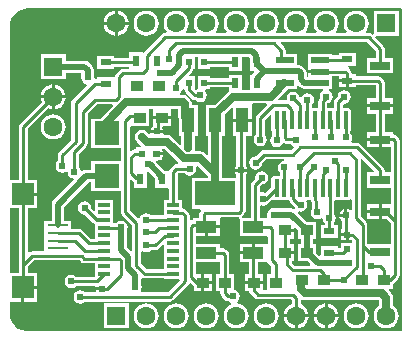
<source format=gtl>
G04*
G04 #@! TF.GenerationSoftware,Altium Limited,Altium Designer,19.0.10 (269)*
G04*
G04 Layer_Physical_Order=1*
G04 Layer_Color=255*
%FSTAX25Y25*%
%MOIN*%
G70*
G01*
G75*
%ADD14C,0.02000*%
G04:AMPARAMS|DCode=21|XSize=59.84mil|YSize=16.14mil|CornerRadius=0.97mil|HoleSize=0mil|Usage=FLASHONLY|Rotation=90.000|XOffset=0mil|YOffset=0mil|HoleType=Round|Shape=RoundedRectangle|*
%AMROUNDEDRECTD21*
21,1,0.05984,0.01421,0,0,90.0*
21,1,0.05791,0.01614,0,0,90.0*
1,1,0.00194,0.00710,0.02895*
1,1,0.00194,0.00710,-0.02895*
1,1,0.00194,-0.00710,-0.02895*
1,1,0.00194,-0.00710,0.02895*
%
%ADD21ROUNDEDRECTD21*%
%ADD22R,0.02362X0.03543*%
%ADD23R,0.01968X0.02362*%
%ADD24R,0.04331X0.08465*%
%ADD25R,0.04331X0.08465*%
%ADD26R,0.13780X0.08465*%
%ADD27R,0.05906X0.02362*%
%ADD28R,0.03543X0.02362*%
%ADD29R,0.06693X0.03150*%
%ADD30R,0.02362X0.01968*%
%ADD31R,0.03937X0.03740*%
%ADD32R,0.07087X0.03937*%
%ADD33R,0.03900X0.01200*%
%ADD34R,0.08268X0.07874*%
%ADD35R,0.07480X0.07480*%
%ADD36R,0.07000X0.01000*%
%ADD56C,0.01000*%
%ADD57C,0.02500*%
%ADD58C,0.06299*%
%ADD59R,0.06299X0.06299*%
%ADD60R,0.06299X0.06299*%
%ADD61C,0.02400*%
G36*
X0296129Y0185984D02*
Y0184682D01*
X0296168Y0184485D01*
Y0181729D01*
X0297397D01*
X0297604Y0181229D01*
X0296907Y0180532D01*
X0296733Y0180272D01*
X0296168D01*
Y0175383D01*
X0293381D01*
Y0180272D01*
X0289019D01*
Y0179223D01*
X0282635D01*
Y0179875D01*
X0278666D01*
Y0175577D01*
X0278642Y0175572D01*
X0278208Y0175283D01*
X0277835Y0175589D01*
Y0179875D01*
X0275861D01*
X0275669Y0180337D01*
X0276751Y0181419D01*
X0277083Y0181915D01*
X0277163Y018232D01*
X0277835D01*
Y0186232D01*
X0278666D01*
Y018232D01*
X0282635D01*
Y0182971D01*
X0289019D01*
Y0181728D01*
X0293381D01*
Y0186232D01*
X029588D01*
X0296129Y0185984D01*
D02*
G37*
G36*
X0222397Y0202456D02*
X0222397Y0202456D01*
X022288Y0202471D01*
X03465D01*
X0346513Y0202473D01*
X0346768Y0202368D01*
X0346873Y0202113D01*
X0346871Y02021D01*
Y00954D01*
X0346873Y0095387D01*
X0346768Y0095132D01*
X0346513Y0095027D01*
X03465Y0095029D01*
X0222988D01*
X022282Y0095029D01*
X0222341Y009504D01*
X022175Y0094962D01*
X0220252Y0095159D01*
X0218856Y0095737D01*
X0217657Y0096657D01*
X0216737Y0097856D01*
X0216159Y0099252D01*
X021604Y0100159D01*
X021604Y0100159D01*
X021604D01*
X0216029Y0100168D01*
Y0104709D01*
X0219816D01*
Y0109449D01*
X0220316D01*
Y0109949D01*
X0225056D01*
Y0114189D01*
X0222029D01*
Y0116332D01*
X0224168Y0118471D01*
X0239297D01*
X0239747Y0118021D01*
X0240243Y0117689D01*
X0240828Y0117573D01*
X0244563D01*
Y0113197D01*
X0244395Y0113029D01*
X0238124D01*
X0238086Y0113086D01*
X0237358Y0113572D01*
X02365Y0113743D01*
X0235642Y0113572D01*
X0234914Y0113086D01*
X0234428Y0112358D01*
X0234257Y01115D01*
X0234428Y0110642D01*
X0234914Y0109914D01*
X0235642Y0109428D01*
X02365Y0109257D01*
X0237358Y0109428D01*
X0238086Y0109914D01*
X0238124Y0109971D01*
X0244215D01*
X0244595Y01095D01*
X0246768D01*
Y01085D01*
X0244624D01*
X0244658Y0108329D01*
X0244349Y0107829D01*
X0241124D01*
X0241086Y0107886D01*
X0240358Y0108372D01*
X02395Y0108543D01*
X0238642Y0108372D01*
X0237914Y0107886D01*
X0237428Y0107158D01*
X0237257Y01063D01*
X0237428Y0105442D01*
X0237914Y0104714D01*
X0238642Y0104228D01*
X02395Y0104057D01*
X0240358Y0104228D01*
X0241086Y0104714D01*
X0241124Y0104771D01*
X02693D01*
X0269885Y0104887D01*
X0270381Y0105219D01*
X0275538Y0110375D01*
X0275746Y0110687D01*
X0276329Y0110812D01*
X0277222Y0109919D01*
X0277331Y0109845D01*
Y010813D01*
X02798D01*
Y0111D01*
Y011387D01*
X0277986D01*
Y0118032D01*
X0286043D01*
X0286171Y0117584D01*
Y011387D01*
X0284732D01*
Y010813D01*
X0286171D01*
Y01075D01*
X0286287Y0106915D01*
X0286619Y0106419D01*
X0287619Y0105419D01*
X0288115Y0105087D01*
X02887Y0104971D01*
X0288876D01*
X0288914Y0104914D01*
X0289642Y0104428D01*
X028991Y0104374D01*
X0289962Y0103854D01*
X0289407Y0103625D01*
X0288541Y010296D01*
X0287875Y0102093D01*
X0287457Y0101083D01*
X0287315Y01D01*
X0287457Y0098917D01*
X0287875Y0097907D01*
X0288541Y009704D01*
X0289407Y0096375D01*
X0290417Y0095957D01*
X02915Y0095815D01*
X0292583Y0095957D01*
X0293593Y0096375D01*
X029446Y009704D01*
X0295125Y0097907D01*
X0295543Y0098917D01*
X0295685Y01D01*
X0295543Y0101083D01*
X0295125Y0102093D01*
X029446Y010296D01*
X0293593Y0103625D01*
X0292583Y0104043D01*
X0291831Y0104142D01*
X0291709Y0104662D01*
X0292086Y0104914D01*
X0292572Y0105642D01*
X0292743Y01065D01*
X0292572Y0107358D01*
X0292086Y0108086D01*
X0291358Y0108572D01*
X0290669Y010871D01*
Y011387D01*
X0289229D01*
Y0120414D01*
X0289113Y0121D01*
X0288781Y0121496D01*
X0288196Y0122081D01*
X02877Y0122413D01*
X0287114Y0122529D01*
X0286043D01*
Y0123969D01*
X0277986D01*
Y0126693D01*
X0281D01*
Y0129661D01*
X02815D01*
Y0130161D01*
X0286043D01*
Y013263D01*
X0286461Y0132827D01*
X0292286D01*
X029247Y0132741D01*
X0292705Y0132375D01*
Y0126693D01*
X0301791D01*
X0301971Y0126267D01*
Y0124394D01*
X0301791Y0123969D01*
X0297748D01*
Y0121D01*
X0297248D01*
Y01205D01*
X0292705D01*
Y0118032D01*
X0295719D01*
Y011387D01*
X0294332D01*
Y01115D01*
X02973D01*
X0300269D01*
Y011387D01*
X0298777D01*
Y0118032D01*
X0301791Y0118032D01*
X0302183Y0117771D01*
X0302419Y0117419D01*
X0303171Y0116666D01*
Y011387D01*
X0301731D01*
Y0108529D01*
X0300269D01*
Y01105D01*
X02973D01*
X0294332D01*
Y010813D01*
X0295835D01*
X0295887Y0107868D01*
X0296219Y0107372D01*
X0297672Y0105919D01*
X0298168Y0105587D01*
X0298753Y0105471D01*
X0309866D01*
X0309971Y0105367D01*
Y0103858D01*
X0309407Y0103625D01*
X0308541Y010296D01*
X0307875Y0102093D01*
X0307457Y0101083D01*
X030738Y01005D01*
X031562D01*
X0315543Y0101083D01*
X0315125Y0102093D01*
X0314459Y010296D01*
X0313593Y0103625D01*
X0313029Y0103858D01*
Y0105222D01*
X031347Y0105458D01*
X0313587Y010538D01*
X0314464Y0105206D01*
X0339085D01*
X0339206Y0105085D01*
Y010347D01*
X0338541Y010296D01*
X0337875Y0102093D01*
X0337457Y0101083D01*
X0337315Y01D01*
X0337457Y0098917D01*
X0337875Y0097907D01*
X0338541Y009704D01*
X0339407Y0096375D01*
X0340417Y0095957D01*
X03415Y0095815D01*
X0342583Y0095957D01*
X0343593Y0096375D01*
X034446Y009704D01*
X0345125Y0097907D01*
X0345543Y0098917D01*
X0345685Y01D01*
X0345543Y0101083D01*
X0345125Y0102093D01*
X034446Y010296D01*
X0343794Y010347D01*
Y0106035D01*
X0343619Y0106913D01*
X0343122Y0107658D01*
X0342308Y0108472D01*
X03425Y0108933D01*
X0343669D01*
Y011058D01*
X0343881Y0110722D01*
X0345581Y0112422D01*
X0345913Y0112918D01*
X0346029Y0113504D01*
Y01315D01*
Y0158414D01*
X0345913Y0159D01*
X0345581Y0159496D01*
X0344996Y0160081D01*
X0344499Y0160413D01*
X0343914Y0160529D01*
X0343847D01*
Y0161268D01*
X0341029D01*
Y0167432D01*
X0343847D01*
Y0169507D01*
X0335154D01*
Y0167432D01*
X0337971D01*
Y0161268D01*
X0335154D01*
Y0159193D01*
X03395D01*
Y0158693D01*
X034D01*
Y0156118D01*
X0342971D01*
Y0147882D01*
X0341029D01*
Y01485D01*
X0340913Y0149085D01*
X0340581Y0149581D01*
X0332881Y0157281D01*
X0332385Y0157613D01*
X03318Y0157729D01*
X0330064D01*
X0329797Y0158229D01*
X0330072Y0158642D01*
X0330243Y01595D01*
X0330072Y0160358D01*
X0329586Y0161086D01*
X0329537Y0161119D01*
Y0161742D01*
X0329759Y0162074D01*
X0329844Y0162502D01*
Y0168293D01*
X0329759Y0168721D01*
X0329517Y0169084D01*
X0329154Y0169326D01*
X0328726Y0169411D01*
X0327306D01*
X0326986Y0169673D01*
Y0170365D01*
X032746Y0170765D01*
X03275Y0170757D01*
X0328358Y0170928D01*
X0329086Y0171414D01*
X0329572Y0172142D01*
X0329743Y0173D01*
X0329572Y0173858D01*
X0329086Y0174586D01*
X0328358Y0175072D01*
X03275Y0175243D01*
X0326642Y0175072D01*
X0325914Y0174586D01*
X0325428Y0173858D01*
X0325331Y0173373D01*
X0324375Y0172417D01*
X0324044Y0171921D01*
X0323927Y0171335D01*
Y0169673D01*
X0323608Y0169411D01*
X0322187D01*
X0321868Y0169673D01*
Y0170826D01*
X0321873Y0170831D01*
X0322358Y0170928D01*
X0323086Y0171414D01*
X0323572Y0172142D01*
X0323743Y0173D01*
X0323572Y0173858D01*
X0323086Y0174586D01*
X0322449Y0175012D01*
X0322509Y0175453D01*
X0322532Y0175512D01*
X0323453D01*
Y0179904D01*
X0325729D01*
Y0178851D01*
X0328501D01*
Y0178351D01*
X0329D01*
Y017617D01*
X0331272D01*
Y0176822D01*
X0337971D01*
Y0172582D01*
X0335154D01*
Y0170507D01*
X0343847D01*
Y0172582D01*
X0341029D01*
Y0177745D01*
X0340913Y017833D01*
X0340581Y0178826D01*
X0339975Y0179433D01*
X0339479Y0179764D01*
X0338893Y0179881D01*
X0331272D01*
Y0180532D01*
X033003D01*
Y0180847D01*
X0329913Y0181432D01*
X0329582Y0181929D01*
X0328996Y0182515D01*
X0328928Y018256D01*
X0328798Y0183239D01*
X0328852Y0183319D01*
X0331272D01*
Y0187681D01*
X0325728D01*
Y0186866D01*
X0323453D01*
Y0187354D01*
X0315547D01*
Y0182992D01*
Y0181933D01*
X03195D01*
Y0180933D01*
X0315547D01*
Y0179732D01*
X0315039D01*
Y0180821D01*
X0314884Y0181601D01*
X0314442Y0182263D01*
X0313762Y0182942D01*
X0313101Y0183384D01*
X031232Y0183539D01*
X0311642D01*
Y0187354D01*
X0308029D01*
Y0188414D01*
X0307913Y0188999D01*
X0307581Y0189496D01*
X0306297Y019078D01*
X0306488Y0191242D01*
X0335009D01*
X0337971Y0188281D01*
Y0185968D01*
X0335154D01*
Y0180818D01*
X0343847D01*
Y0185968D01*
X0341029D01*
Y0188914D01*
X0340913Y0189499D01*
X0340581Y0189996D01*
X0337727Y019285D01*
X0337934Y019335D01*
X034565D01*
Y020165D01*
X033735D01*
Y0193934D01*
X033685Y0193727D01*
X0336724Y0193853D01*
X0336228Y0194185D01*
X0335643Y0194301D01*
X0334906D01*
X033466Y0194801D01*
X0335125Y0195407D01*
X0335543Y0196417D01*
X0335685Y01975D01*
X0335543Y0198583D01*
X0335125Y0199593D01*
X0334459Y020046D01*
X0333593Y0201125D01*
X0332583Y0201543D01*
X03315Y0201685D01*
X0330417Y0201543D01*
X0329407Y0201125D01*
X032854Y020046D01*
X0327875Y0199593D01*
X0327457Y0198583D01*
X0327315Y01975D01*
X0327457Y0196417D01*
X0327875Y0195407D01*
X0328341Y0194801D01*
X0328094Y0194301D01*
X0324906D01*
X0324659Y0194801D01*
X0325125Y0195407D01*
X0325543Y0196417D01*
X0325685Y01975D01*
X0325543Y0198583D01*
X0325125Y0199593D01*
X032446Y020046D01*
X0323593Y0201125D01*
X0322583Y0201543D01*
X03215Y0201685D01*
X0320417Y0201543D01*
X0319407Y0201125D01*
X0318541Y020046D01*
X0317875Y0199593D01*
X0317457Y0198583D01*
X0317315Y01975D01*
X0317457Y0196417D01*
X0317875Y0195407D01*
X031834Y0194801D01*
X0318094Y0194301D01*
X0314906D01*
X031466Y0194801D01*
X0315125Y0195407D01*
X0315543Y0196417D01*
X0315685Y01975D01*
X0315543Y0198583D01*
X0315125Y0199593D01*
X0314459Y020046D01*
X0313593Y0201125D01*
X0312583Y0201543D01*
X03115Y0201685D01*
X0310417Y0201543D01*
X0309407Y0201125D01*
X0308541Y020046D01*
X0307875Y0199593D01*
X0307457Y0198583D01*
X0307315Y01975D01*
X0307457Y0196417D01*
X0307875Y0195407D01*
X0308341Y0194801D01*
X0308094Y0194301D01*
X0304906D01*
X030466Y0194801D01*
X0305125Y0195407D01*
X0305543Y0196417D01*
X0305685Y01975D01*
X0305543Y0198583D01*
X0305125Y0199593D01*
X030446Y020046D01*
X0303593Y0201125D01*
X0302583Y0201543D01*
X03015Y0201685D01*
X0300417Y0201543D01*
X0299407Y0201125D01*
X029854Y020046D01*
X0297875Y0199593D01*
X0297457Y0198583D01*
X0297315Y01975D01*
X0297457Y0196417D01*
X0297875Y0195407D01*
X0298341Y0194801D01*
X0298094Y0194301D01*
X0294906D01*
X0294659Y0194801D01*
X0295125Y0195407D01*
X0295543Y0196417D01*
X0295685Y01975D01*
X0295543Y0198583D01*
X0295125Y0199593D01*
X029446Y020046D01*
X0293593Y0201125D01*
X0292583Y0201543D01*
X02915Y0201685D01*
X0290417Y0201543D01*
X0289407Y0201125D01*
X0288541Y020046D01*
X0287875Y0199593D01*
X0287457Y0198583D01*
X0287315Y01975D01*
X0287457Y0196417D01*
X0287875Y0195407D01*
X028834Y0194801D01*
X0288094Y0194301D01*
X0284906D01*
X028466Y0194801D01*
X0285125Y0195407D01*
X0285543Y0196417D01*
X0285685Y01975D01*
X0285543Y0198583D01*
X0285125Y0199593D01*
X0284459Y020046D01*
X0283593Y0201125D01*
X0282583Y0201543D01*
X02815Y0201685D01*
X0280417Y0201543D01*
X0279407Y0201125D01*
X027854Y020046D01*
X0277875Y0199593D01*
X0277457Y0198583D01*
X0277315Y01975D01*
X0277457Y0196417D01*
X0277875Y0195407D01*
X0278341Y0194801D01*
X0278094Y0194301D01*
X0274906D01*
X0274659Y0194801D01*
X0275125Y0195407D01*
X0275543Y0196417D01*
X0275685Y01975D01*
X0275543Y0198583D01*
X0275125Y0199593D01*
X027446Y020046D01*
X0273593Y0201125D01*
X0272583Y0201543D01*
X02715Y0201685D01*
X0270417Y0201543D01*
X0269407Y0201125D01*
X0268541Y020046D01*
X0267875Y0199593D01*
X0267457Y0198583D01*
X0267315Y01975D01*
X0267457Y0196417D01*
X0267875Y0195407D01*
X026834Y0194801D01*
X0268094Y0194301D01*
X0267846D01*
X0267261Y0194185D01*
X0266764Y0193853D01*
X0260681Y0187769D01*
X0260181Y0187772D01*
X0260181Y0187772D01*
X0260181Y0187772D01*
X0255819D01*
Y018603D01*
X0250772D01*
Y0186682D01*
X0248308D01*
X0248Y0186743D01*
X0247692Y0186682D01*
X0245228D01*
Y018232D01*
X0247684D01*
X0248Y0182257D01*
X0248316Y018232D01*
X0250772D01*
Y0182971D01*
X0255819D01*
Y018235D01*
X025382D01*
X0253235Y0182234D01*
X0252739Y0181902D01*
X0251419Y0180581D01*
X0251087Y0180085D01*
X0251053Y0179916D01*
X0250772Y0179533D01*
X0245229D01*
Y0178881D01*
X024463D01*
X0244208Y0179321D01*
X0244243Y01795D01*
X0244072Y0180358D01*
X0243963Y0180523D01*
Y0181905D01*
X0243807Y0182685D01*
X0243365Y0183347D01*
X0243365Y0183347D01*
X024227Y0184442D01*
X0241609Y0184884D01*
X0240828Y0185039D01*
X023465D01*
Y018715D01*
X022635D01*
Y017885D01*
X023465D01*
Y0180961D01*
X0239884D01*
Y018014D01*
X0239757Y01795D01*
X0239928Y0178642D01*
X0240414Y0177914D01*
X0241142Y0177428D01*
X0241489Y0177359D01*
X0241653Y0176816D01*
X0236919Y0172081D01*
X0236587Y0171585D01*
X0236471Y0171D01*
Y0158633D01*
X0232419Y0154581D01*
X0232087Y0154085D01*
X0231971Y01535D01*
Y0151624D01*
X0231914Y0151586D01*
X0231428Y0150858D01*
X0231257Y015D01*
X0231428Y0149142D01*
X0231914Y0148414D01*
X0232642Y0147928D01*
X02335Y0147757D01*
X0234358Y0147928D01*
X023479Y0148216D01*
X0235036Y0148102D01*
X023527Y0147935D01*
X0235428Y0147142D01*
X0235914Y0146414D01*
X0236642Y0145928D01*
X0237138Y0145829D01*
X0237302Y0145286D01*
X0230558Y0138542D01*
X0230116Y013788D01*
X0229961Y01371D01*
Y0131618D01*
X02275D01*
Y0128618D01*
Y0126059D01*
Y0121529D01*
X0223535D01*
X0222949Y0121413D01*
X0222529Y0121132D01*
X0222029Y0121279D01*
Y0135811D01*
X0225056D01*
Y0140051D01*
X0220316D01*
Y0141051D01*
X0225056D01*
Y0145291D01*
X0222029D01*
Y0162366D01*
X0228853Y0169191D01*
X0229417Y0168957D01*
X023Y016888D01*
Y01725D01*
X022638D01*
X0226457Y0171917D01*
X0226691Y0171353D01*
X0219419Y0164081D01*
X0219087Y0163585D01*
X0218971Y0163D01*
Y0145291D01*
X0216029D01*
Y0196884D01*
X0216044Y0196897D01*
X0216044D01*
X0216044Y0196897D01*
X021612Y019767D01*
X0216461Y0198794D01*
X0217015Y0199831D01*
X021776Y020074D01*
X0218669Y0201485D01*
X0219706Y0202039D01*
X022083Y020238D01*
X02219Y0202486D01*
X0222397Y0202456D01*
D02*
G37*
G36*
X0289019Y0174927D02*
X0288695Y0174711D01*
X0284421Y0170437D01*
X0281335D01*
Y0159972D01*
X0282206D01*
Y0153684D01*
X0281744Y0153492D01*
X0281114Y0154122D01*
X028037Y015462D01*
X0279492Y0154794D01*
X0277901D01*
X0277599Y0155294D01*
X0277739Y0156D01*
Y0159972D01*
X027861D01*
Y0170437D01*
X0276824D01*
Y017047D01*
X0276649Y0171348D01*
X0276152Y0172093D01*
X0275287Y0172958D01*
X0274542Y0173455D01*
X0273664Y017363D01*
X0272812D01*
X0272661Y017413D01*
X0273086Y0174414D01*
X0273569Y0175136D01*
X0273821Y0175455D01*
X0274321Y0175423D01*
Y0175409D01*
X0274437Y0174824D01*
X0274769Y0174328D01*
X0276678Y0172419D01*
X0277174Y0172087D01*
X027776Y0171971D01*
X0277876D01*
X0277914Y0171914D01*
X0278642Y0171428D01*
X02795Y0171257D01*
X0280358Y0171428D01*
X0281086Y0171914D01*
X0281572Y0172642D01*
X0281743Y01735D01*
X0281572Y0174358D01*
X0281135Y0175013D01*
X0281279Y0175513D01*
X0282635D01*
Y0176164D01*
X0289019D01*
Y0174927D01*
D02*
G37*
G36*
X031273Y0176251D02*
X031273Y0176251D01*
X0313391Y0175809D01*
X0314172Y0175654D01*
X0315547D01*
Y0175512D01*
X0320468D01*
X0320491Y0175453D01*
X0320551Y0175012D01*
X0319914Y0174586D01*
X0319428Y0173858D01*
X0319257Y0173D01*
X0319333Y0172617D01*
X0319257Y0172541D01*
X0318926Y0172045D01*
X0318809Y017146D01*
Y0169673D01*
X031849Y0169411D01*
X0317069D01*
X031675Y0169673D01*
Y0170376D01*
X0316807Y0170414D01*
X0317293Y0171142D01*
X0317464Y0172D01*
X0317293Y0172858D01*
X0316807Y0173586D01*
X0316079Y0174072D01*
X031522Y0174243D01*
X0314362Y0174072D01*
X0313634Y0173586D01*
X0313174Y0172897D01*
X0313017Y0172881D01*
X0312655Y0172943D01*
X0312572Y0173358D01*
X0312086Y0174086D01*
X0311358Y0174572D01*
X03105Y0174743D01*
X0309642Y0174572D01*
X0308914Y0174086D01*
X0308428Y0173358D01*
X0308257Y01725D01*
X0308306Y0172255D01*
X0307989Y0171868D01*
X0305762D01*
X030557Y017233D01*
X0308752Y0175512D01*
X0311642D01*
Y0176686D01*
X0312104Y0176877D01*
X031273Y0176251D01*
D02*
G37*
G36*
X0272235Y016612D02*
X027228Y0165898D01*
Y0159972D01*
X0273151D01*
Y0157247D01*
X0272689Y0157055D01*
X0270072Y0159672D01*
X0269328Y0160169D01*
X026845Y0160344D01*
X0267429D01*
X0267113Y0160844D01*
X0267144Y0161D01*
X0262856D01*
X0262887Y0160844D01*
X0262853Y0160779D01*
X0262346Y0160619D01*
X0261622Y0161343D01*
X0260878Y016184D01*
X026Y0162015D01*
X0259122Y016184D01*
X0258378Y0161343D01*
X025788Y0160598D01*
X0257706Y0159721D01*
X025788Y0158843D01*
X0258378Y0158098D01*
X0259795Y0156681D01*
X0259588Y0156181D01*
X0258116D01*
Y0155529D01*
X0257616D01*
X0257031Y0155413D01*
X0256534Y0155081D01*
X0256491Y0155038D01*
X0256029Y015523D01*
Y0162859D01*
X0256417Y016313D01*
X0262354D01*
Y016887D01*
X0262783Y0169042D01*
X0263388D01*
X0263817Y016887D01*
Y01665D01*
X0266786D01*
X0269754D01*
Y016887D01*
X0270183Y0169042D01*
X0272235D01*
Y016612D01*
D02*
G37*
G36*
X0301666Y0170333D02*
X0298419Y0167085D01*
X0298087Y0166589D01*
X0297971Y0166004D01*
Y0160317D01*
X0297914Y0160279D01*
X0297428Y0159551D01*
X0297257Y0158693D01*
X0297428Y0157834D01*
X0297914Y0157107D01*
X0298642Y0156621D01*
X02995Y015645D01*
X0300358Y0156621D01*
X0301086Y0157107D01*
X0301572Y0157834D01*
X0301743Y0158693D01*
X0301572Y0159551D01*
X0301086Y0160279D01*
X0301029Y0160317D01*
Y016537D01*
X0302694Y0167035D01*
X0303156Y0166843D01*
Y0162502D01*
X0303241Y0162074D01*
X0303463Y0161742D01*
Y0160119D01*
X0303414Y0160086D01*
X0302928Y0159358D01*
X0302757Y01585D01*
X0302928Y0157642D01*
X0303414Y0156914D01*
X0304142Y0156428D01*
X0305Y0156257D01*
X0305858Y0156428D01*
X0306586Y0156914D01*
X0307072Y0157642D01*
X0307397Y0157559D01*
X0307415Y0157548D01*
X0308Y0157431D01*
X0309697D01*
X0309914Y0157107D01*
X0310482Y0156727D01*
X0310617Y0156154D01*
X0309726Y0155263D01*
X0300734D01*
X0300149Y0155147D01*
X0299653Y0154815D01*
X0298067Y015323D01*
X0298Y0153243D01*
X0297142Y0153072D01*
X0296414Y0152586D01*
X0295928Y0151858D01*
X0295757Y0151D01*
X0295928Y0150142D01*
X0296414Y0149414D01*
X0297142Y0148928D01*
X0298Y0148757D01*
X0298858Y0148928D01*
X0299586Y0149414D01*
X0300072Y0150142D01*
X0300243Y0151D01*
X030023Y0151067D01*
X0301367Y0152205D01*
X03073D01*
X0307349Y0151705D01*
X0306685Y0151572D01*
X0305957Y0151086D01*
X0305471Y0150358D01*
X03053Y01495D01*
X0305471Y0148642D01*
X0305957Y0147914D01*
X0306014Y0147876D01*
Y0146878D01*
X0305695Y0146616D01*
X0304274D01*
X0303846Y0146531D01*
X0303483Y0146288D01*
X0303241Y0145926D01*
X0303156Y0145498D01*
Y0142937D01*
X0301303Y0141084D01*
X03005Y0141243D01*
X0299829Y014111D01*
X0299329Y0141419D01*
Y0142942D01*
X0300181Y0143793D01*
X0300858Y0143928D01*
X0301586Y0144414D01*
X0302072Y0145142D01*
X0302243Y0146D01*
X0302072Y0146858D01*
X0301586Y0147586D01*
X0300858Y0148072D01*
X03Y0148243D01*
X0299142Y0148072D01*
X0298414Y0147586D01*
X0297928Y0146858D01*
X0297757Y0146D01*
X0297808Y0145746D01*
X0296719Y0144657D01*
X0296387Y014416D01*
X0296271Y0143575D01*
Y013263D01*
X029343D01*
X0293278Y013313D01*
X0293496Y0133275D01*
X0294181Y0133961D01*
X0294513Y0134457D01*
X0294629Y0135043D01*
Y0146868D01*
X0294686Y0146906D01*
X0295172Y0147634D01*
X0295244Y0147992D01*
X0290956D01*
X0291028Y0147634D01*
X0291514Y0146906D01*
X0291571Y0146868D01*
Y0146028D01*
X0286794D01*
Y0147492D01*
Y0159972D01*
X0287665D01*
Y0167193D01*
X0289928Y0169455D01*
X029039Y0169264D01*
Y0165705D01*
X0293555D01*
X0296721D01*
Y0170437D01*
X0297064Y0170794D01*
X0301474D01*
X0301666Y0170333D01*
D02*
G37*
G36*
X0270313Y0152943D02*
X0270323Y0152928D01*
X0272221Y0151029D01*
X0272014Y0150529D01*
X02715D01*
X0270915Y0150413D01*
X0270419Y0150081D01*
X0269406Y0149069D01*
X0269126Y014865D01*
X026883Y0148272D01*
X0267698D01*
X0264595Y0151375D01*
X0264882Y0151795D01*
X0265074Y0151757D01*
X0265386Y0151819D01*
X0266884D01*
Y0152749D01*
X0267147Y0153142D01*
X0267218Y01535D01*
X0265074D01*
Y01545D01*
X0267218D01*
X0267147Y0154858D01*
X0266884Y0155251D01*
Y0155756D01*
X02675D01*
X0270313Y0152943D01*
D02*
G37*
G36*
X0250264Y0170009D02*
X0246013Y0165758D01*
X0243166D01*
Y0155884D01*
X0252971D01*
Y0151537D01*
X0243166D01*
Y0148639D01*
X02415D01*
X024072Y0148484D01*
X0240223Y0148152D01*
X0239763Y0148286D01*
X0239671Y0148362D01*
X0239572Y0148858D01*
X0239086Y0149586D01*
X0239029Y0149624D01*
Y0153867D01*
X0241581Y0156419D01*
X0241913Y0156915D01*
X0242029Y01575D01*
Y0167367D01*
X0245133Y0170471D01*
X0250073D01*
X0250264Y0170009D01*
D02*
G37*
G36*
X0282206Y0146542D02*
Y0146028D01*
X027661D01*
Y0135563D01*
X0279441D01*
X0279639Y013514D01*
X0279654Y0135063D01*
X0279335Y0134585D01*
X0279219Y0134D01*
Y013263D01*
X0276957D01*
Y0131911D01*
X027653Y0131826D01*
X0276486Y0131797D01*
X0275986Y0132064D01*
Y0133458D01*
X027587Y0134043D01*
X0275538Y0134539D01*
X0274639Y0135438D01*
X0274143Y013577D01*
X0273557Y0135886D01*
X0273437D01*
Y0138616D01*
X0272017D01*
Y0147354D01*
X0272133Y0147471D01*
X0274376D01*
X0274414Y0147414D01*
X0275142Y0146928D01*
X0276Y0146757D01*
X0276858Y0146928D01*
X0277586Y0147414D01*
X0278072Y0148142D01*
X0278243Y0149D01*
X0278168Y0149379D01*
X0278531Y0149896D01*
X0278815Y0149933D01*
X0282206Y0146542D01*
D02*
G37*
G36*
X0264431Y0145772D02*
Y0145679D01*
X0264468Y0145493D01*
Y0142729D01*
X026883D01*
X0268958Y0142282D01*
Y0138616D01*
X0267537D01*
Y0133529D01*
X0263124D01*
X0263086Y0133586D01*
X0262358Y0134072D01*
X02615Y0134243D01*
X0260642Y0134072D01*
X0259914Y0133586D01*
X0259428Y0132858D01*
X0259389Y0132665D01*
X0258911Y013252D01*
X0256581Y0134849D01*
X0256581Y0134849D01*
X0256029Y0135401D01*
Y0145249D01*
X0256491Y014544D01*
X0256923Y0145009D01*
X0257319Y0144745D01*
Y0142728D01*
X0261681D01*
Y0147792D01*
X0261699Y0147822D01*
X0262181Y0148022D01*
X0264431Y0145772D01*
D02*
G37*
G36*
X0329689Y0138832D02*
X0329971Y0138696D01*
Y0135342D01*
X0329471Y0135163D01*
X0328858Y0135572D01*
X03285Y0135644D01*
Y01335D01*
X0328D01*
Y0133D01*
X0325856D01*
X0325928Y0132642D01*
X0326414Y0131914D01*
X0326721Y0131709D01*
Y0129088D01*
X0326319D01*
Y0127603D01*
X03285D01*
Y0127103D01*
X0329D01*
Y0125119D01*
X0330018D01*
X0330171Y0124967D01*
Y0124288D01*
X0326319D01*
Y0122529D01*
X0325272D01*
Y0123181D01*
X0319728D01*
Y0120161D01*
X0319228Y0119954D01*
X0318168Y0121014D01*
Y012387D01*
X0317239D01*
Y012563D01*
X0318168D01*
Y013137D01*
X0315115D01*
X0312049Y0134436D01*
X0312296Y0134897D01*
X0313Y0134757D01*
X0313858Y0134928D01*
X0314586Y0135414D01*
X0315072Y0136142D01*
X0315243Y0137D01*
X0315072Y0137858D01*
X0314918Y0138089D01*
X0315186Y0138589D01*
X0315931D01*
X0316263Y0138655D01*
X0316367Y0138135D01*
X0316698Y0137639D01*
X0316703Y0137634D01*
Y013577D01*
X0316428Y0135358D01*
X0316257Y01345D01*
X0316428Y0133642D01*
X0316914Y0132914D01*
X0317642Y0132428D01*
X03185Y0132257D01*
X0319358Y0132428D01*
X031979Y0132716D01*
X0320036Y0132602D01*
X032027Y0132435D01*
X0320428Y0131642D01*
X0320914Y0130914D01*
X0320971Y0130876D01*
Y013033D01*
X0319728D01*
Y0125968D01*
X0325271D01*
Y013033D01*
X0324029D01*
Y0130876D01*
X0324086Y0130914D01*
X0324572Y0131642D01*
X0324743Y01325D01*
X0324572Y0133358D01*
X0324228Y0133873D01*
Y0138182D01*
X0324728Y0138592D01*
X0324746Y0138589D01*
X0326167D01*
X0326595Y0138674D01*
X0326736Y0138768D01*
X0326878Y0138674D01*
X0327306Y0138589D01*
X0328726D01*
X0329154Y0138674D01*
X0329471Y0138885D01*
X0329689Y0138832D01*
D02*
G37*
G36*
X0303483Y0138916D02*
X0303846Y0138674D01*
X0304274Y0138589D01*
X0305695D01*
X0306122Y0138674D01*
X0306264Y0138768D01*
X0306405Y0138674D01*
X0306833Y0138589D01*
X0308254D01*
X0308682Y0138674D01*
X0308941Y013846D01*
X0309273Y0137964D01*
X0310886Y0136351D01*
X0310928Y0136142D01*
X0311046Y0135965D01*
X0310685Y0135604D01*
X0310614Y0135652D01*
X0309834Y0135807D01*
X0304908D01*
X0304858Y013584D01*
X0304Y0136011D01*
X0303142Y013584D01*
X0302414Y0135354D01*
X0301928Y0134626D01*
X0301757Y0133768D01*
X0301892Y0133088D01*
X0301603Y0132691D01*
X0301513Y013263D01*
X0299329D01*
Y0136581D01*
X0299829Y013689D01*
X03005Y0136757D01*
X0301358Y0136928D01*
X0302086Y0137414D01*
X0302391Y013787D01*
X0302463Y0137919D01*
X0303463Y0138918D01*
X0303483Y0138916D01*
D02*
G37*
G36*
X0337493Y0148344D02*
X0337302Y0147882D01*
X0335154D01*
Y0142732D01*
X0342971D01*
Y0137268D01*
X034D01*
Y0134693D01*
Y0132118D01*
X0341684D01*
X0342971Y0130831D01*
Y0123882D01*
X0335281D01*
X0335229Y0123933D01*
Y01303D01*
X0335113Y0130885D01*
X0334781Y0131381D01*
X0333029Y0133133D01*
Y0152D01*
X0333004Y0152126D01*
X0333465Y0152372D01*
X0337493Y0148344D01*
D02*
G37*
G36*
X0243166Y0141663D02*
X0252971D01*
Y0134768D01*
X0253087Y0134183D01*
X0253419Y0133686D01*
X0254418Y0132686D01*
X0254419Y0132686D01*
X0256721Y0130384D01*
Y0121874D01*
X0256259Y0121682D01*
X0255125Y0122816D01*
Y0128592D01*
X0255158Y0128642D01*
X0255329Y01295D01*
X0255158Y0130358D01*
X0254672Y0131086D01*
X0253944Y0131572D01*
X0253086Y0131743D01*
X0252227Y0131572D01*
X02515Y0131086D01*
X0251408Y0130949D01*
X0250463D01*
Y0135416D01*
Y0138616D01*
X0244563D01*
Y0135202D01*
X0244101Y0135011D01*
X0243179Y0135933D01*
X0243192Y0136D01*
X0243021Y0136858D01*
X0242535Y0137586D01*
X0241807Y0138072D01*
X0240949Y0138243D01*
X024009Y0138072D01*
X0239363Y0137586D01*
X0238877Y0136858D01*
X0238706Y0136D01*
X0238877Y0135142D01*
X0239363Y0134414D01*
X024009Y0133928D01*
X0240949Y0133757D01*
X0241016Y013377D01*
X024387Y0130916D01*
X0244366Y0130585D01*
X0244563Y0130545D01*
Y012575D01*
X0242962D01*
X0240071Y012864D01*
X0239575Y0128972D01*
X023899Y0129088D01*
X02365D01*
Y0131618D01*
X0234039D01*
Y0136255D01*
X0242345Y0144561D01*
X0243166D01*
Y0141663D01*
D02*
G37*
G36*
X0267537Y0123721D02*
Y0120061D01*
Y0115514D01*
X0261633D01*
X0259779Y0117368D01*
Y0121402D01*
X0260279Y012167D01*
X0260642Y0121428D01*
X02615Y0121257D01*
X0262358Y0121428D01*
X0263086Y0121914D01*
X0263124Y0121971D01*
X02645D01*
X0265085Y0122087D01*
X0265581Y0122419D01*
X0267075Y0123913D01*
X0267537Y0123721D01*
D02*
G37*
G36*
X0312231Y0128486D02*
Y012563D01*
X0313161D01*
Y012387D01*
X0312231D01*
Y011813D01*
X0315285D01*
X031625Y0117165D01*
X0316058Y0116703D01*
X031096D01*
X0310033Y011763D01*
X0310159Y011813D01*
X0310769D01*
Y01205D01*
X03078D01*
Y01215D01*
X0310769D01*
Y012387D01*
X0309329D01*
Y012563D01*
X0310769D01*
Y0128D01*
X03078D01*
Y0129D01*
X0310769D01*
Y0129296D01*
X031123Y0129487D01*
X0312231Y0128486D01*
D02*
G37*
G36*
X0218971Y0117D02*
Y0114189D01*
X0216029D01*
Y0135811D01*
X0218971D01*
Y0117D01*
D02*
G37*
G36*
X0260415Y0112571D02*
X0261Y0112455D01*
X0267537D01*
Y0112384D01*
X0272514D01*
X0272721Y0111884D01*
X0268667Y0107829D01*
X0259917D01*
X0259649Y0108329D01*
X0259858Y0108642D01*
X0260029Y01095D01*
X0259858Y0110358D01*
X0259788Y0110464D01*
Y0112389D01*
X0260288Y0112656D01*
X0260415Y0112571D01*
D02*
G37*
%LPC*%
G36*
X0252Y020162D02*
Y0198D01*
X025562D01*
X0255543Y0198583D01*
X0255125Y0199593D01*
X025446Y020046D01*
X0253593Y0201125D01*
X0252583Y0201543D01*
X0252Y020162D01*
D02*
G37*
G36*
X0251D02*
X0250417Y0201543D01*
X0249407Y0201125D01*
X024854Y020046D01*
X0247875Y0199593D01*
X0247457Y0198583D01*
X024738Y0198D01*
X0251D01*
Y020162D01*
D02*
G37*
G36*
X025562Y0197D02*
X0252D01*
Y019338D01*
X0252583Y0193457D01*
X0253593Y0193875D01*
X025446Y0194541D01*
X0255125Y0195407D01*
X0255543Y0196417D01*
X025562Y0197D01*
D02*
G37*
G36*
X0251D02*
X024738D01*
X0247457Y0196417D01*
X0247875Y0195407D01*
X024854Y0194541D01*
X0249407Y0193875D01*
X0250417Y0193457D01*
X0251Y019338D01*
Y0197D01*
D02*
G37*
G36*
X02615Y0201685D02*
X0260417Y0201543D01*
X0259407Y0201125D01*
X0258541Y020046D01*
X0257875Y0199593D01*
X0257457Y0198583D01*
X0257315Y01975D01*
X0257457Y0196417D01*
X0257875Y0195407D01*
X0258541Y0194541D01*
X0259407Y0193875D01*
X0260417Y0193457D01*
X02615Y0193315D01*
X0262583Y0193457D01*
X0263593Y0193875D01*
X0264459Y0194541D01*
X0265125Y0195407D01*
X0265543Y0196417D01*
X0265685Y01975D01*
X0265543Y0198583D01*
X0265125Y0199593D01*
X0264459Y020046D01*
X0263593Y0201125D01*
X0262583Y0201543D01*
X02615Y0201685D01*
D02*
G37*
G36*
X0328Y0177851D02*
X0325729D01*
Y017617D01*
X0328D01*
Y0177851D01*
D02*
G37*
G36*
X0231Y017712D02*
Y01735D01*
X023462D01*
X0234543Y0174083D01*
X0234125Y0175093D01*
X0233459Y017596D01*
X0232593Y0176625D01*
X0231583Y0177043D01*
X0231Y017712D01*
D02*
G37*
G36*
X023D02*
X0229417Y0177043D01*
X0228407Y0176625D01*
X022754Y017596D01*
X0226875Y0175093D01*
X0226457Y0174083D01*
X022638Y01735D01*
X023D01*
Y017712D01*
D02*
G37*
G36*
X023462Y01725D02*
X0231D01*
Y016888D01*
X0231583Y0168957D01*
X0232593Y0169375D01*
X0233459Y0170041D01*
X0234125Y0170907D01*
X0234543Y0171917D01*
X023462Y01725D01*
D02*
G37*
G36*
X02305Y0167185D02*
X0229417Y0167043D01*
X0228407Y0166625D01*
X022754Y016596D01*
X0226875Y0165093D01*
X0226457Y0164083D01*
X0226315Y0163D01*
X0226457Y0161917D01*
X0226875Y0160907D01*
X022754Y016004D01*
X0228407Y0159375D01*
X0229417Y0158957D01*
X02305Y0158815D01*
X0231583Y0158957D01*
X0232593Y0159375D01*
X0233459Y016004D01*
X0234125Y0160907D01*
X0234543Y0161917D01*
X0234685Y0163D01*
X0234543Y0164083D01*
X0234125Y0165093D01*
X0233459Y016596D01*
X0232593Y0166625D01*
X0231583Y0167043D01*
X02305Y0167185D01*
D02*
G37*
G36*
X0339Y0158193D02*
X0335154D01*
Y0156118D01*
X0339D01*
Y0158193D01*
D02*
G37*
G36*
X0286043Y0129161D02*
X0282D01*
Y0126693D01*
X0286043D01*
Y0129161D01*
D02*
G37*
G36*
X0296748Y0123969D02*
X0292705D01*
Y01215D01*
X0296748D01*
Y0123969D01*
D02*
G37*
G36*
X0283268Y011387D02*
X02808D01*
Y01115D01*
X0283268D01*
Y011387D01*
D02*
G37*
G36*
Y01105D02*
X02808D01*
Y010813D01*
X0283268D01*
Y01105D01*
D02*
G37*
G36*
X0225056Y0108949D02*
X0220816D01*
Y0104709D01*
X0225056D01*
Y0108949D01*
D02*
G37*
G36*
X0322Y010412D02*
Y01005D01*
X032562D01*
X0325543Y0101083D01*
X0325125Y0102093D01*
X032446Y010296D01*
X0323593Y0103625D01*
X0322583Y0104043D01*
X0322Y010412D01*
D02*
G37*
G36*
X0321D02*
X0320417Y0104043D01*
X0319407Y0103625D01*
X0318541Y010296D01*
X0317875Y0102093D01*
X0317457Y0101083D01*
X031738Y01005D01*
X0321D01*
Y010412D01*
D02*
G37*
G36*
X032562Y00995D02*
X0322D01*
Y009588D01*
X0322583Y0095957D01*
X0323593Y0096375D01*
X032446Y009704D01*
X0325125Y0097907D01*
X0325543Y0098917D01*
X032562Y00995D01*
D02*
G37*
G36*
X0321D02*
X031738D01*
X0317457Y0098917D01*
X0317875Y0097907D01*
X0318541Y009704D01*
X0319407Y0096375D01*
X0320417Y0095957D01*
X0321Y009588D01*
Y00995D01*
D02*
G37*
G36*
X031562D02*
X0312D01*
Y009588D01*
X0312583Y0095957D01*
X0313593Y0096375D01*
X0314459Y009704D01*
X0315125Y0097907D01*
X0315543Y0098917D01*
X031562Y00995D01*
D02*
G37*
G36*
X0311D02*
X030738D01*
X0307457Y0098917D01*
X0307875Y0097907D01*
X0308541Y009704D01*
X0309407Y0096375D01*
X0310417Y0095957D01*
X0311Y009588D01*
Y00995D01*
D02*
G37*
G36*
X025565Y010415D02*
X024735D01*
Y009585D01*
X025565D01*
Y010415D01*
D02*
G37*
G36*
X03315Y0104185D02*
X0330417Y0104043D01*
X0329407Y0103625D01*
X032854Y010296D01*
X0327875Y0102093D01*
X0327457Y0101083D01*
X0327315Y01D01*
X0327457Y0098917D01*
X0327875Y0097907D01*
X032854Y009704D01*
X0329407Y0096375D01*
X0330417Y0095957D01*
X03315Y0095815D01*
X0332583Y0095957D01*
X0333593Y0096375D01*
X0334459Y009704D01*
X0335125Y0097907D01*
X0335543Y0098917D01*
X0335685Y01D01*
X0335543Y0101083D01*
X0335125Y0102093D01*
X0334459Y010296D01*
X0333593Y0103625D01*
X0332583Y0104043D01*
X03315Y0104185D01*
D02*
G37*
G36*
X03015D02*
X0300417Y0104043D01*
X0299407Y0103625D01*
X029854Y010296D01*
X0297875Y0102093D01*
X0297457Y0101083D01*
X0297315Y01D01*
X0297457Y0098917D01*
X0297875Y0097907D01*
X029854Y009704D01*
X0299407Y0096375D01*
X0300417Y0095957D01*
X03015Y0095815D01*
X0302583Y0095957D01*
X0303593Y0096375D01*
X030446Y009704D01*
X0305125Y0097907D01*
X0305543Y0098917D01*
X0305685Y01D01*
X0305543Y0101083D01*
X0305125Y0102093D01*
X030446Y010296D01*
X0303593Y0103625D01*
X0302583Y0104043D01*
X03015Y0104185D01*
D02*
G37*
G36*
X02815D02*
X0280417Y0104043D01*
X0279407Y0103625D01*
X027854Y010296D01*
X0277875Y0102093D01*
X0277457Y0101083D01*
X0277315Y01D01*
X0277457Y0098917D01*
X0277875Y0097907D01*
X027854Y009704D01*
X0279407Y0096375D01*
X0280417Y0095957D01*
X02815Y0095815D01*
X0282583Y0095957D01*
X0283593Y0096375D01*
X0284459Y009704D01*
X0285125Y0097907D01*
X0285543Y0098917D01*
X0285685Y01D01*
X0285543Y0101083D01*
X0285125Y0102093D01*
X0284459Y010296D01*
X0283593Y0103625D01*
X0282583Y0104043D01*
X02815Y0104185D01*
D02*
G37*
G36*
X02715D02*
X0270417Y0104043D01*
X0269407Y0103625D01*
X0268541Y010296D01*
X0267875Y0102093D01*
X0267457Y0101083D01*
X0267315Y01D01*
X0267457Y0098917D01*
X0267875Y0097907D01*
X0268541Y009704D01*
X0269407Y0096375D01*
X0270417Y0095957D01*
X02715Y0095815D01*
X0272583Y0095957D01*
X0273593Y0096375D01*
X027446Y009704D01*
X0275125Y0097907D01*
X0275543Y0098917D01*
X0275685Y01D01*
X0275543Y0101083D01*
X0275125Y0102093D01*
X027446Y010296D01*
X0273593Y0103625D01*
X0272583Y0104043D01*
X02715Y0104185D01*
D02*
G37*
G36*
X02615D02*
X0260417Y0104043D01*
X0259407Y0103625D01*
X0258541Y010296D01*
X0257875Y0102093D01*
X0257457Y0101083D01*
X0257315Y01D01*
X0257457Y0098917D01*
X0257875Y0097907D01*
X0258541Y009704D01*
X0259407Y0096375D01*
X0260417Y0095957D01*
X02615Y0095815D01*
X0262583Y0095957D01*
X0263593Y0096375D01*
X0264459Y009704D01*
X0265125Y0097907D01*
X0265543Y0098917D01*
X0265685Y01D01*
X0265543Y0101083D01*
X0265125Y0102093D01*
X0264459Y010296D01*
X0263593Y0103625D01*
X0262583Y0104043D01*
X02615Y0104185D01*
D02*
G37*
G36*
X0269754Y01655D02*
X0266786D01*
X0263817D01*
Y0164778D01*
X0263788Y016463D01*
Y0163336D01*
X0263414Y0163086D01*
X0262928Y0162358D01*
X0262856Y0162D01*
X0267144D01*
X0267072Y0162358D01*
X0266891Y016263D01*
X0267029Y016313D01*
X0269754D01*
Y01655D01*
D02*
G37*
G36*
X0296721Y0164705D02*
X0293555D01*
X029039D01*
Y0159972D01*
X0291571D01*
Y0150116D01*
X0291514Y0150078D01*
X0291028Y0149351D01*
X0290956Y0148992D01*
X0295244D01*
X0295172Y0149351D01*
X0294686Y0150078D01*
X0294629Y0150116D01*
Y0159972D01*
X0296721D01*
Y0164705D01*
D02*
G37*
G36*
X03275Y0135644D02*
X0327142Y0135572D01*
X0326414Y0135086D01*
X0325928Y0134358D01*
X0325856Y0134D01*
X03275D01*
Y0135644D01*
D02*
G37*
G36*
X0328Y0126603D02*
X0326319D01*
Y0125119D01*
X0328D01*
Y0126603D01*
D02*
G37*
G36*
X0339Y0137268D02*
X0335154D01*
Y0135193D01*
X0339D01*
Y0137268D01*
D02*
G37*
G36*
Y0134193D02*
X0335154D01*
Y0132118D01*
X0339D01*
Y0134193D01*
D02*
G37*
%LPD*%
D14*
X0232Y01371D02*
X02415Y01466D01*
X0232Y0130169D02*
Y01371D01*
X0266Y0181D02*
X0266076Y0181077D01*
X02725Y0187D02*
X0273772Y0188272D01*
X02725Y01835D02*
Y0187D01*
X0270076Y0181077D02*
X02725Y01835D01*
X0253086Y0121971D02*
Y01295D01*
Y0121971D02*
X0255505Y0119552D01*
Y0115944D02*
Y0119552D01*
Y0115944D02*
X0257749Y01137D01*
Y0109537D02*
Y01137D01*
Y0109537D02*
X0257786Y01095D01*
X0304Y0133768D02*
X0309834D01*
X0315102Y01285D01*
X03152D01*
X0262Y0150482D02*
X0262605D01*
X026647Y0146617D01*
X0323845Y01175D02*
X0329D01*
X0323672Y0117674D02*
X0323845Y01175D01*
X0318625Y0117674D02*
X0323672D01*
X0315298Y0121D02*
X0318625Y0117674D01*
X03152Y0121D02*
X0315298D01*
X03152D02*
Y01285D01*
X0240828Y0183D02*
X0241923Y0181905D01*
Y0179577D02*
Y0181905D01*
Y0179577D02*
X0242Y01795D01*
X02305Y0183D02*
X0240828D01*
X0266076Y0181077D02*
X0270076D01*
X0273772Y0188272D02*
X0296725D01*
X0298168Y0184682D02*
Y0186828D01*
X0296725Y0188272D02*
X0298168Y0186828D01*
Y0184682D02*
X0298349Y0184501D01*
Y018391D02*
Y0184501D01*
X026647Y0145679D02*
Y0146617D01*
Y0145679D02*
X0266649Y0145501D01*
X0298349Y017909D02*
X0300759Y01815D01*
X0298349Y01775D02*
Y017909D01*
X0300759Y01815D02*
X031232D01*
X0298349Y018391D02*
X0300759Y01815D01*
X031232D02*
X0313Y0180821D01*
Y0178865D02*
Y0180821D01*
Y0178865D02*
X0314172Y0177693D01*
X03195D01*
X02415Y01466D02*
X02483D01*
D21*
X0304984Y0165398D02*
D03*
X0307543D02*
D03*
X0310102D02*
D03*
X0312661D02*
D03*
X031522D02*
D03*
X0317779D02*
D03*
X0320339D02*
D03*
X0322898D02*
D03*
X0325457D02*
D03*
X0328016D02*
D03*
Y0142602D02*
D03*
X0325457D02*
D03*
X0322898D02*
D03*
X0320339D02*
D03*
X0317779D02*
D03*
X031522D02*
D03*
X0312661D02*
D03*
X0310102D02*
D03*
X0307543D02*
D03*
X0304984D02*
D03*
D22*
X02912Y01845D02*
D03*
X0298349Y0184501D02*
D03*
X02912Y01775D02*
D03*
X0298349Y01775D02*
D03*
X02595Y01455D02*
D03*
X0266649Y0145501D02*
D03*
X0258Y0185D02*
D03*
X0265149Y0185001D02*
D03*
D23*
X028065Y0184501D02*
D03*
X027585D02*
D03*
X028065Y0177694D02*
D03*
X027585D02*
D03*
X02601Y0154D02*
D03*
X02649D02*
D03*
D24*
X0293555Y0165205D02*
D03*
X0275445D02*
D03*
D25*
X02845D02*
D03*
D26*
X02845Y0140795D02*
D03*
D27*
X0307689Y0177693D02*
D03*
Y0185173D02*
D03*
X03195D02*
D03*
Y0181433D02*
D03*
Y0177693D02*
D03*
D28*
X03285Y01855D02*
D03*
X0328501Y0178351D02*
D03*
X03225Y0121D02*
D03*
X0322499Y0128149D02*
D03*
X0248Y0184501D02*
D03*
X0248001Y0177352D02*
D03*
D29*
X03395Y0158693D02*
D03*
Y0145307D02*
D03*
Y0170007D02*
D03*
Y0183393D02*
D03*
Y0134693D02*
D03*
Y0121307D02*
D03*
D30*
X03285Y0122303D02*
D03*
Y0127103D02*
D03*
D31*
X03407Y0111803D02*
D03*
X03333D02*
D03*
X03078Y01285D02*
D03*
X03152D02*
D03*
X03078Y0121D02*
D03*
X03152D02*
D03*
X03207Y0111803D02*
D03*
X03133D02*
D03*
X02973Y0111D02*
D03*
X03047D02*
D03*
X02803D02*
D03*
X02877D02*
D03*
X02657Y01765D02*
D03*
X02583D02*
D03*
X0266786Y0166D02*
D03*
X0259386D02*
D03*
D32*
X0297248Y0129661D02*
D03*
X02815D02*
D03*
Y0121D02*
D03*
X0297248D02*
D03*
D33*
X0247513Y0113984D02*
D03*
Y0116543D02*
D03*
Y0119102D02*
D03*
Y0121661D02*
D03*
Y0124221D02*
D03*
Y0126779D02*
D03*
Y0129339D02*
D03*
Y0131898D02*
D03*
Y0134457D02*
D03*
Y0137016D02*
D03*
X0270487D02*
D03*
Y0134457D02*
D03*
Y0131898D02*
D03*
Y0129339D02*
D03*
Y0126779D02*
D03*
Y0124221D02*
D03*
Y0121661D02*
D03*
Y0119102D02*
D03*
Y0116543D02*
D03*
Y0113984D02*
D03*
D34*
X02483Y016082D02*
D03*
Y01466D02*
D03*
D35*
X0220316Y0109449D02*
D03*
Y0140551D02*
D03*
D36*
X0232Y012D02*
D03*
Y0122441D02*
D03*
Y0125D02*
D03*
Y0127559D02*
D03*
Y0130118D02*
D03*
D56*
X0307795Y0159166D02*
Y0165146D01*
Y0159166D02*
X0308Y0158961D01*
X0307543Y0165398D02*
X0307795Y0165146D01*
X02205Y0109D02*
Y0117D01*
Y0163D02*
X02305Y0173D01*
X02205Y0140602D02*
Y0163D01*
X023899Y0127559D02*
X0242328Y0124221D01*
X0232Y0127559D02*
X023899D01*
X0242328Y0124221D02*
X0247513D01*
X0237759Y0125D02*
X0241098Y0121661D01*
X0232Y0125D02*
X0237759D01*
X0241098Y0121661D02*
X0247513D01*
X0239931Y012D02*
X0240828Y0119102D01*
X0232Y012D02*
X0239931D01*
X0240828Y0119102D02*
X0247513D01*
X0220535Y0117D02*
X0223535Y012D01*
X0232D01*
X02205Y0117D02*
Y0140102D01*
Y0117D02*
X0220535D01*
X02445Y0172D02*
X02515D01*
X02405Y0168D02*
X02445Y0172D01*
X02405Y01575D02*
Y0168D01*
X02515Y0172D02*
X02525Y0173D01*
Y01795D01*
X0238Y0158D02*
Y0171D01*
X025825Y0116734D02*
Y0131018D01*
X03078Y0121D02*
Y0128D01*
X02615Y01235D02*
X02645D01*
X02615Y0128D02*
X02645D01*
X02615Y0132D02*
X0270385D01*
X02645Y01235D02*
X026768Y012668D01*
X0298Y0151D02*
X0300734Y0153734D01*
X0310359D01*
X02931Y0148492D02*
Y016475D01*
Y0135043D02*
Y0148492D01*
X0261649Y0182149D02*
Y0186575D01*
X026032Y0180821D02*
X0261649Y0182149D01*
X025382Y0180821D02*
X026032D01*
X0269Y01855D02*
Y01885D01*
X0273557Y0134357D02*
X0274457Y0133458D01*
Y0111457D02*
Y0133458D01*
X02693Y01063D02*
X0274457Y0111457D01*
X0270587Y0134357D02*
X0273557D01*
X0312732Y0137268D02*
X0313Y0137D01*
X0312132Y0137268D02*
X0312732D01*
X0310354Y0139046D02*
X0312132Y0137268D01*
X0310354Y0139046D02*
Y014235D01*
X0310102Y0142602D02*
X0310354Y014235D01*
X02395Y01063D02*
X02693D01*
X0248448Y0109D02*
X0253005Y0113557D01*
X0246768Y0109D02*
X0248448D01*
X0253005Y0113557D02*
Y0118517D01*
X0252419Y0119102D02*
X0253005Y0118517D01*
X0247513Y0119102D02*
X0252419D01*
X0245028Y01115D02*
X0247513Y0113984D01*
X02365Y01115D02*
X0245028D01*
X0258004Y0146091D02*
X02595D01*
X02565Y0147594D02*
X0258004Y0146091D01*
X02565Y0147594D02*
Y0152884D01*
X02595Y01455D02*
Y0146091D01*
X02565Y0152884D02*
X0257616Y0154D01*
X02601D01*
X02555Y0133768D02*
Y0133768D01*
Y0133768D02*
X025825Y0131018D01*
X0261Y0113984D02*
X0270487D01*
X025825Y0116734D02*
X0261Y0113984D01*
X02545Y0134768D02*
X02555Y0133768D01*
X02545Y0134768D02*
Y0165D01*
X0256Y01665D01*
X0258886D01*
X0259386Y0166D01*
X0265Y01615D02*
Y0161879D01*
X0265317Y0162196D01*
Y016463D01*
X0266687Y0166D01*
X0266786D01*
X0270487Y0147987D02*
X02715Y0149D01*
X0276D01*
X0308Y0158961D02*
X0311232D01*
X03115Y0158693D01*
X0310359Y0153734D02*
X0312825Y01562D01*
X0304992Y0158508D02*
X0305Y01585D01*
X0304992Y0158508D02*
Y016539D01*
X0304984Y0165398D02*
X0304992Y016539D01*
X0312825Y01562D02*
X03318D01*
X030985Y016565D02*
X0310102Y0165398D01*
X030985Y016565D02*
Y0168988D01*
X02995Y0158693D02*
Y0166004D01*
X0303835Y0170339D01*
X03085D01*
X030985Y0168988D01*
X0317527Y01542D02*
X03293D01*
X0312913Y0149587D02*
X0317527Y01542D01*
X03318Y01562D02*
X03395Y01485D01*
X03293Y01542D02*
X03315Y0152D01*
X0324282Y01515D02*
X03253Y0150482D01*
X03395Y0145307D02*
Y01485D01*
X0270487Y0137016D02*
Y0147987D01*
X02931Y016475D02*
X0293555Y0165205D01*
X0292414Y0134357D02*
X02931Y0135043D01*
X03Y0145775D02*
Y0146D01*
X02978Y0143575D02*
X03Y0145775D01*
X02978Y0130824D02*
Y0143575D01*
X03005Y0139D02*
X0301382D01*
X0281105Y0134357D02*
X0292414D01*
X0280748Y0134D02*
X0281105Y0134357D01*
X0280748Y0130413D02*
Y0134D01*
Y0130413D02*
X02815Y0129661D01*
X0301382Y0139D02*
X0304984Y0142602D01*
X0296086Y0130824D02*
X0297248Y0129661D01*
X0296086Y0130824D02*
X02978D01*
X0276457Y0112847D02*
Y0129755D01*
Y0112847D02*
X0278304Y0111D01*
X02803D01*
X0276457Y0129755D02*
X0277115Y0130413D01*
X0280748D01*
X0330196Y0127103D02*
X03317Y01256D01*
Y0116382D02*
Y01256D01*
X03315Y01325D02*
X03337Y01303D01*
Y01233D02*
Y01303D01*
Y01233D02*
X0335693Y0121307D01*
X03315Y01325D02*
Y0152D01*
X03337Y0112204D02*
Y01233D01*
X03285Y0127103D02*
X0330196D01*
X03275Y0112182D02*
X03317Y0116382D01*
X03275Y0112D02*
Y0112182D01*
X03333Y0111803D02*
X03337Y0112204D01*
X0319326Y0115174D02*
X03207Y01138D01*
X0310327Y0115174D02*
X0319326D01*
X03207Y0111803D02*
Y01138D01*
X0320897Y0112D02*
X03275D01*
X02973Y0108454D02*
Y0111D01*
Y0108454D02*
X0298753Y0107D01*
X0297248Y0111052D02*
X02973Y0111D01*
X0298753Y0107D02*
X03105D01*
X03115Y0106D01*
Y01D02*
Y0106D01*
X0308414Y0117086D02*
X0310327Y0115174D01*
X0308414Y0117086D02*
Y0120386D01*
X0318232Y0134768D02*
X03185Y01345D01*
X0318232Y0134768D02*
Y0138268D01*
X0317779Y0138721D02*
X0318232Y0138268D01*
X0317779Y0142602D02*
Y0144602D01*
Y0138721D02*
Y0142602D01*
X0328303Y0122303D02*
X03285D01*
X0327Y0121D02*
X0328303Y0122303D01*
X03225Y0121D02*
X0327D01*
X0328Y01335D02*
X032825Y013325D01*
Y0127354D02*
Y013325D01*
Y0127354D02*
X03285Y0127103D01*
X03215Y0148121D02*
Y01485D01*
X0320473Y0147095D02*
X03215Y0148121D01*
X0320473Y0142737D02*
Y0147095D01*
X0320339Y0142602D02*
X0320473Y0142737D01*
X0322699Y0132699D02*
Y0142403D01*
X03225Y012815D02*
Y01325D01*
X0322699Y0132699D01*
Y0142403D02*
X0322898Y0142602D01*
X0322499Y0128149D02*
X03225Y012815D01*
X0312913Y0142854D02*
Y0149587D01*
X031522Y0147307D02*
X03175Y0149587D01*
X0317779Y01595D02*
Y0165398D01*
X0322949Y0159551D02*
X0323Y01595D01*
X0336463Y01165D02*
X0339373D01*
X03407Y0115174D01*
Y0111803D02*
Y0115174D01*
X0335693Y0121307D02*
X03395D01*
X03445Y0113504D02*
Y01315D01*
X0344465D02*
X03445D01*
X0341272Y0134693D02*
X0344465Y01315D01*
X03395Y0134693D02*
X0341272D01*
X03428Y0111803D02*
X03445Y0113504D01*
X03407Y0111803D02*
X03428D01*
X03445Y01315D02*
Y0158414D01*
X0343914Y0159D02*
X03445Y0158414D01*
X0339807Y0159D02*
X0343914D01*
X03395Y0158693D02*
X0339807Y0159D01*
X03195Y0181433D02*
X0327915D01*
X0328501Y0180847D01*
Y0178351D02*
Y0180847D01*
X0338893Y0178351D02*
X03395Y0177745D01*
X0328501Y0178351D02*
X0338893D01*
X03395Y0170007D02*
Y0177745D01*
X03207Y0111803D02*
X0320897Y0112D01*
X03078Y0121D02*
X0308414Y0120386D01*
X0270487Y0134457D02*
X0270587Y0134357D01*
X02335Y015D02*
Y01535D01*
X0238Y0158D01*
Y0171D02*
X0244352Y0177352D01*
X0248001D01*
X02375Y0148D02*
Y01545D01*
X02405Y01575D01*
X026768Y012668D02*
X0270387D01*
X0270487Y0126779D01*
X0261649Y0186575D02*
X0267846Y0192772D01*
X0335643D01*
X02715Y0176D02*
Y017833D01*
X0335643Y0192772D02*
X03395Y0188914D01*
X0269Y01885D02*
X0271272Y0190772D01*
X0304142D01*
X03065Y0188414D01*
Y0185854D02*
Y0188414D01*
Y0185854D02*
X0307181Y0185173D01*
X0307689D01*
X027567Y018432D02*
X027585Y0184501D01*
X027567Y01825D02*
Y018432D01*
X02715Y017833D02*
X027567Y01825D01*
X02645Y0128D02*
X0265839Y0129339D01*
X0270487D01*
X027776Y01735D02*
X02795D01*
X027585Y0175409D02*
X027776Y01735D01*
X027585Y0175409D02*
Y0177694D01*
X0270385Y0132D02*
X0270487Y0131898D01*
X027567Y0184682D02*
X027585Y0184501D01*
X02525Y01795D02*
X025382Y0180821D01*
X0253005Y0129419D02*
X0253086Y01295D01*
X0247593Y0129419D02*
X0253005D01*
X0247513Y0129339D02*
X0247593Y0129419D01*
X03395Y0183393D02*
Y0188914D01*
X024775Y018425D02*
X0248Y0184501D01*
X0240949Y0136D02*
X0244951Y0131998D01*
X0247413D01*
X0247513Y0131898D01*
X03253Y0142759D02*
Y0150482D01*
Y0142759D02*
X0325457Y0142602D01*
X0328008Y014261D02*
Y0148492D01*
X03395Y0158693D02*
Y0170007D01*
X028065Y0177694D02*
X0291006D01*
X02912Y01775D01*
X028065Y0184501D02*
X0291199D01*
X02912Y01845D01*
X0328337Y0185337D02*
X03285Y01855D01*
X0319664Y0185337D02*
X0328337D01*
X03195Y0185173D02*
X0319664Y0185337D01*
X02585Y0166D02*
X0259386D01*
X0257501Y0184501D02*
X0258Y0185D01*
X0248Y0184501D02*
X0257501D01*
X0328008Y014261D02*
X0328016Y0142602D01*
X02887Y01065D02*
X02905D01*
X02877Y01075D02*
X02887Y01065D01*
X02877Y01075D02*
Y0111D01*
X031522Y0142602D02*
Y0147307D01*
X0297248Y0129661D02*
X0302914D01*
X0312661Y0142602D02*
X0312913Y0142854D01*
X0297248Y0111052D02*
Y0121D01*
X0302914Y0129661D02*
X03035Y0129076D01*
Y01185D02*
Y0129076D01*
Y01185D02*
X03047Y01173D01*
Y0111D02*
Y01173D01*
X02877Y0111D02*
Y0120414D01*
X0287114Y0121D02*
X02877Y0120414D01*
X02815Y0121D02*
X0287114D01*
X03215Y0172621D02*
Y0173D01*
X0320339Y017146D02*
X03215Y0172621D01*
X0320339Y0165398D02*
Y017146D01*
X0325457Y0171335D02*
X0327121Y0173D01*
X0325457Y0165398D02*
Y0171335D01*
X0327121Y0173D02*
X03275D01*
X031522Y0165398D02*
Y0172D01*
X03105Y01725D02*
X0312661Y0170339D01*
Y0165398D02*
Y0170339D01*
X0307543Y0142602D02*
Y01495D01*
X0328Y01595D02*
X0328008Y0159508D01*
Y016539D01*
X0328016Y0165398D01*
X0322949Y0159551D02*
Y0165347D01*
X0322898Y0165398D02*
X0322949Y0165347D01*
D57*
X02845Y0147492D02*
Y0167272D01*
X0303085Y0173089D02*
X03075Y0177504D01*
X0290317Y0173089D02*
X0303085D01*
X02845Y0167272D02*
X0290317Y0173089D01*
X0254836Y0171335D02*
X0273664D01*
X0247593Y0164093D02*
X0254836Y0171335D01*
X0247593Y0161527D02*
Y0164093D01*
Y0161527D02*
X02483Y016082D01*
X02583Y01765D02*
X02585D01*
X026167Y015805D02*
X026845D01*
X026Y0159721D02*
X026167Y015805D01*
X026845D02*
X0271945Y0154555D01*
X027453Y016612D02*
Y017047D01*
Y016612D02*
X0275445Y0165205D01*
Y0156D02*
Y0165205D01*
X0273664Y0171335D02*
X027453Y017047D01*
X0273995Y01525D02*
X0279492D01*
X02845Y0140795D02*
Y0147492D01*
X0279492Y01525D02*
X02845Y0147492D01*
X0271945Y015455D02*
Y0154555D01*
Y015455D02*
X0273995Y01525D01*
X0340036Y01075D02*
X03415Y0106035D01*
Y01D02*
Y0106035D01*
X0314464Y01075D02*
X0340036D01*
X0313Y0108965D02*
X0314464Y01075D01*
X0313Y0108965D02*
Y0111504D01*
X03133Y0111803D01*
X02845Y0140795D02*
X02845Y0140795D01*
D58*
X02305Y0163D02*
D03*
Y0173D02*
D03*
X02615Y01D02*
D03*
X02815D02*
D03*
X02915D02*
D03*
X03015D02*
D03*
X03115D02*
D03*
X03215D02*
D03*
X03315D02*
D03*
X03415D02*
D03*
X02715D02*
D03*
X03215Y01975D02*
D03*
X02515D02*
D03*
X02615D02*
D03*
X02715D02*
D03*
X02815D02*
D03*
X02915D02*
D03*
X03015D02*
D03*
X03115D02*
D03*
X03315D02*
D03*
D59*
X02305Y0183D02*
D03*
D60*
X02515Y01D02*
D03*
X03415Y01975D02*
D03*
D61*
X0308Y01285D02*
D03*
X02615Y01235D02*
D03*
Y0128D02*
D03*
Y0132D02*
D03*
X0298Y0151D02*
D03*
X02931Y0148492D02*
D03*
X0266Y0181D02*
D03*
X0265149Y0176828D02*
D03*
X0269Y01855D02*
D03*
X0265149Y0185001D02*
D03*
X02585Y01765D02*
D03*
X0257786Y01095D02*
D03*
X0304Y0133768D02*
D03*
X0313Y0137D02*
D03*
X02395Y01063D02*
D03*
X0246768Y0109D02*
D03*
X02365Y01115D02*
D03*
X0262Y0150482D02*
D03*
X0265074Y0154D02*
D03*
X0265Y01615D02*
D03*
X026Y0159721D02*
D03*
X0276Y0149D02*
D03*
X0305Y01585D02*
D03*
X03115Y0158693D02*
D03*
X02995D02*
D03*
X0324282Y01515D02*
D03*
X03Y0146D02*
D03*
X03005Y0139D02*
D03*
X0329Y01175D02*
D03*
X03275Y0112D02*
D03*
X03185Y01345D02*
D03*
X0328Y01335D02*
D03*
X03215Y01485D02*
D03*
X03225Y01325D02*
D03*
X0312913Y0149587D02*
D03*
X03175D02*
D03*
X0317779Y01595D02*
D03*
X0323D02*
D03*
X0336463Y01165D02*
D03*
X0248Y01845D02*
D03*
X0242Y01795D02*
D03*
X02335Y015D02*
D03*
X02375Y0148D02*
D03*
X0275445Y0156D02*
D03*
X02715Y0176D02*
D03*
X02795Y01735D02*
D03*
X0253086Y01295D02*
D03*
X0240949Y0136D02*
D03*
X0328008Y0148492D02*
D03*
X02905Y01065D02*
D03*
X03215Y0173D02*
D03*
X03275D02*
D03*
X031522Y0172D02*
D03*
X03105Y01725D02*
D03*
X0307543Y01495D02*
D03*
X0328Y01595D02*
D03*
M02*

</source>
